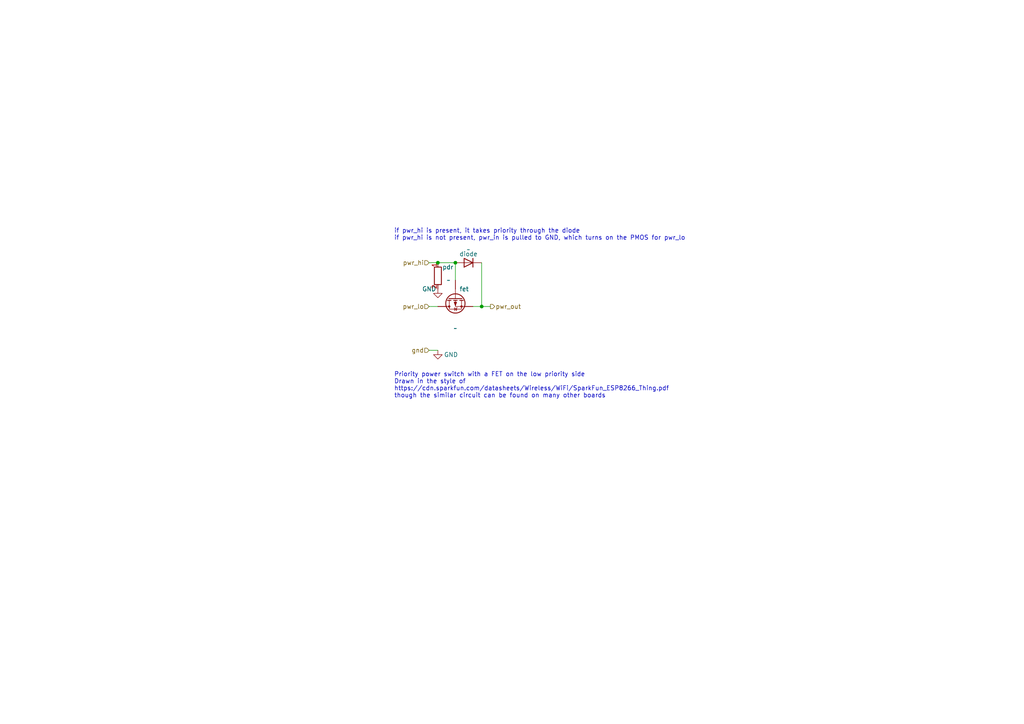
<source format=kicad_sch>
(kicad_sch (version 20230121) (generator eeschema)
  (paper "A4")
  (lib_symbols
    (symbol "Device:D" (pin_numbers hide) (pin_names (offset 1.016) hide)
      (property "Reference" "D" (at 0 2.54 0))
      (property "Value" "D" (at 0 -2.54 0))
      (symbol "D_0_1"
        (polyline (pts (xy -1.27 1.27) (xy -1.27 -1.27)) (stroke (width 0.254)))
        (polyline (pts (xy 1.27 0) (xy -1.27 0)))
        (polyline (pts (xy 1.27 1.27) (xy 1.27 -1.27) (xy -1.27 0) (xy 1.27 1.27)) (stroke (width 0.254)))
      )
      (symbol "D_1_1"
        (pin passive line (at -3.81 0 0) (length 2.54) (name "K") (number "1"))
        (pin passive line (at 3.81 0 180) (length 2.54) (name "A") (number "2"))
      )
    )
    (symbol "Device:Q_PMOS_DGS" (pin_numbers hide) (pin_names (offset 0) hide)
      (property "Reference" "Q" (at 5.08 1.27 0))
      (property "Value" "Q_PMOS_DGS" (at 5.08 -1.27 0))
      (symbol "Q_PMOS_DGS_0_1"
        (polyline (pts (xy 0.254 0) (xy -2.54 0)))
        (polyline (pts (xy 0.254 1.905) (xy 0.254 -1.905)) (stroke (width 0.254)))
        (polyline (pts (xy 0.762 -1.27) (xy 0.762 -2.286)) (stroke (width 0.254)))
        (polyline (pts (xy 0.762 0.508) (xy 0.762 -0.508)) (stroke (width 0.254)))
        (polyline (pts (xy 0.762 2.286) (xy 0.762 1.27)) (stroke (width 0.254)))
        (polyline (pts (xy 2.54 2.54) (xy 2.54 1.778)))
        (polyline (pts (xy 2.54 -2.54) (xy 2.54 0) (xy 0.762 0)))
        (polyline (pts (xy 0.762 1.778) (xy 3.302 1.778) (xy 3.302 -1.778) (xy 0.762 -1.778)))
        (polyline (pts (xy 2.286 0) (xy 1.27 0.381) (xy 1.27 -0.381) (xy 2.286 0)) (fill (type outline)))
        (polyline (pts (xy 2.794 -0.508) (xy 2.921 -0.381) (xy 3.683 -0.381) (xy 3.81 -0.254)))
        (polyline (pts (xy 3.302 -0.381) (xy 2.921 0.254) (xy 3.683 0.254) (xy 3.302 -0.381)))
        (circle (center 1.651 0) (radius 2.794) (stroke (width 0.254)))
        (circle (center 2.54 -1.778) (radius 0.254) (fill (type outline)))
        (circle (center 2.54 1.778) (radius 0.254) (fill (type outline)))
      )
      (symbol "Q_PMOS_DGS_1_1"
        (pin passive line (at 2.54 5.08 270) (length 2.54) (name "D") (number "1"))
        (pin input line (at -5.08 0 0) (length 2.54) (name "G") (number "2"))
        (pin passive line (at 2.54 -5.08 90) (length 2.54) (name "S") (number "3"))
      )
    )
    (symbol "Device:R" (pin_names (offset 0))
      (property "Reference" "R" (at 2.032 0 90))
      (property "Value" "R" (at 0 0 90))
      (symbol "R_0_1"
        (rectangle (start -1.016 -2.54) (end 1.016 2.54) (stroke (width 0.254)))
      )
      (symbol "R_1_1"
        (pin passive line (at 0 3.81 270) (length 1.27) (name "~") (number "1"))
        (pin passive line (at 0 -3.81 90) (length 1.27) (name "~") (number "2"))
      )
    )
    (symbol "power:GND" (power) (pin_names (offset 0))
      (property "Value" "GND" (at 0 -3.81 0))
      (symbol "GND_0_1"
        (polyline (pts (xy 0 0) (xy 0 -1.27) (xy 1.27 -1.27) (xy 0 -2.54) (xy -1.27 -1.27) (xy 0 -1.27)))
      )
      (symbol "GND_1_1"
        (pin power_in line (at 0 0 270) (length 0) hide (name "GND") (number "1"))
      )
    )
  )
  (junction (at 132.08 76.2))
  (junction (at 127 76.2))
  (junction (at 139.7 88.9))
  (wire (pts (xy 139.7 76.2) (xy 139.7 88.9)))
  (wire (pts (xy 139.7 88.9) (xy 142.24 88.9)))
  (wire (pts (xy 137.16 88.9) (xy 139.7 88.9)))
  (wire (pts (xy 124.46 88.9) (xy 127 88.9)))
  (wire (pts (xy 124.46 101.6) (xy 127 101.6)))
  (wire (pts (xy 127 76.2) (xy 132.08 76.2)))
  (wire (pts (xy 132.08 76.2) (xy 132.08 81.28)))
  (wire (pts (xy 124.46 76.2) (xy 127 76.2)))
  (text "if pwr_hi is present, it takes priority through the diode\nif pwr_hi is not present, pwr_in is pulled to GND, which turns on the PMOS for pwr_lo" (at 114.3 69.85 0) (effects (font (size 1.27 1.27)) (justify left bottom)))
  (text "Priority power switch with a FET on the low priority side\nDrawn in the style of\nhttps://cdn.sparkfun.com/datasheets/Wireless/WiFi/SparkFun_ESP8266_Thing.pdf\nthough the similar circuit can be found on many other boards" (at 114.3 115.57 0) (effects (font (size 1.27 1.27)) (justify left bottom)))
  (hierarchical_label "pwr_hi" (shape input) (at 124.46 76.2 180))
  (hierarchical_label "pwr_lo" (shape input) (at 124.46 88.9 180))
  (hierarchical_label "pwr_out" (shape output) (at 142.24 88.9 0))
  (hierarchical_label "gnd" (shape input) (at 124.46 101.6 180))
  (symbol (lib_id "power:GND") (at 127 83.82 0) (unit 1)
    (property "Reference" "#PWR?" (effects hide))
    (property "Value" "GND" (at 124.46 83.82 0))
  )
  (symbol (lib_id "Device:D") (at 135.89 76.2 180) (unit 1)
    (property "Reference" "diode" (at 135.89 73.66 0))
    (property "Value" "~" (at 135.89 72.39 0))
  )
  (symbol (lib_id "power:GND") (at 127 101.6 0) (unit 1)
    (property "Reference" "#PWR?" (effects hide))
    (property "Value" "GND" (at 130.81 102.87 0))
  )
  (symbol (lib_id "Device:Q_PMOS_DGS") (at 132.08 86.36 90) (mirror x) (unit 1)
    (property "Reference" "fet" (at 134.62 83.82 90))
    (property "Value" "~" (at 132.08 95.25 90))
  )
  (symbol (lib_id "Device:R") (at 127 80.01 0) (unit 1)
    (property "Reference" "pdr" (at 128.27 77.47 0) (effects (justify left)))
    (property "Value" "~" (at 129.54 81.2799 0) (effects (justify left)))
  )
)
</source>
